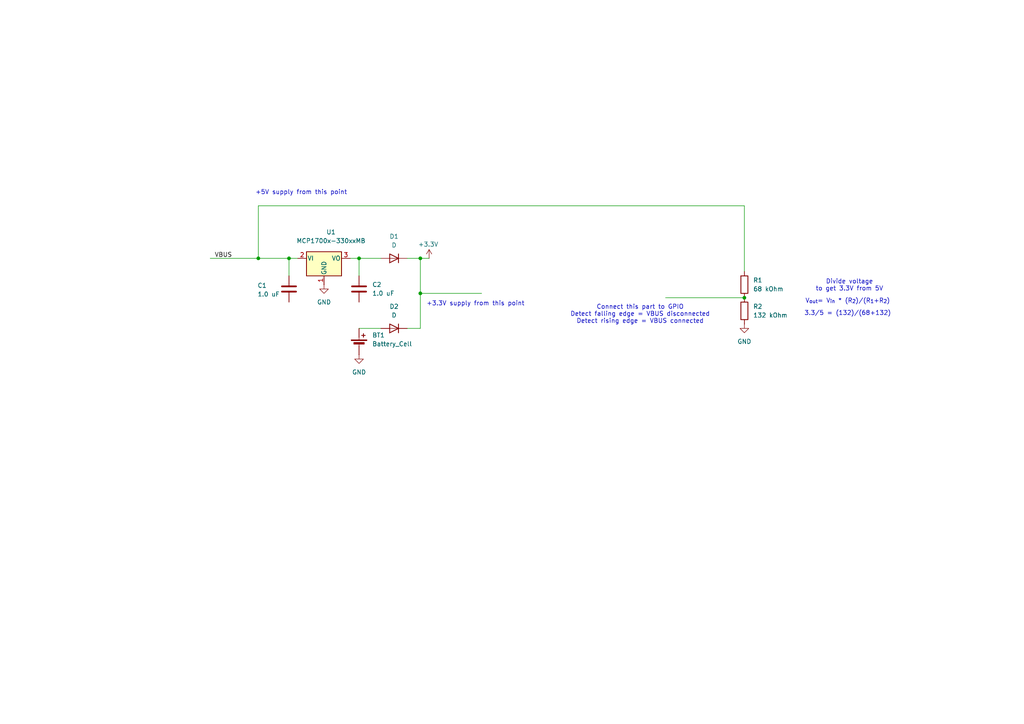
<source format=kicad_sch>
(kicad_sch (version 20231120) (generator "eeschema") (generator_version "8.0")
  (paper "A4")
  (lib_symbols
    (symbol "Device:Battery_Cell" (pin_numbers hide) (pin_names (offset 0) hide)
      (property "Reference" "BT" (at 2.54 2.54 0))
      (property "Value" "Battery_Cell" (at 2.54 0 0))
      (symbol "Battery_Cell_0_1"
        (rectangle (start -2.286 1.778) (end 2.286 1.524) (fill (type outline)))
        (rectangle (start -1.524 1.016) (end 1.524 0.508) (fill (type outline)))
        (polyline (pts (xy 0 0.762) (xy 0 0)))
        (polyline (pts (xy 0 1.778) (xy 0 2.54)))
        (polyline (pts (xy 0.762 3.048) (xy 1.778 3.048)) (stroke (width 0.254)))
        (polyline (pts (xy 1.27 3.556) (xy 1.27 2.54)) (stroke (width 0.254)))
      )
      (symbol "Battery_Cell_1_1"
        (pin passive line (at 0 5.08 270) (length 2.54) (name "+") (number "1"))
        (pin passive line (at 0 -2.54 90) (length 2.54) (name "-") (number "2"))
      )
    )
    (symbol "Device:C" (pin_numbers hide) (pin_names (offset 0.254))
      (property "Reference" "C" (at 0.635 2.54 0))
      (property "Value" "C" (at 0.635 -2.54 0))
      (symbol "C_0_1"
        (polyline (pts (xy -2.032 -0.762) (xy 2.032 -0.762)) (stroke (width 0.508)))
        (polyline (pts (xy -2.032 0.762) (xy 2.032 0.762)) (stroke (width 0.508)))
      )
      (symbol "C_1_1"
        (pin passive line (at 0 3.81 270) (length 2.794) (name "~") (number "1"))
        (pin passive line (at 0 -3.81 90) (length 2.794) (name "~") (number "2"))
      )
    )
    (symbol "Device:D" (pin_numbers hide) (pin_names (offset 1.016) hide)
      (property "Reference" "D" (at 0 2.54 0))
      (property "Value" "D" (at 0 -2.54 0))
      (symbol "D_0_1"
        (polyline (pts (xy -1.27 1.27) (xy -1.27 -1.27)) (stroke (width 0.254)))
        (polyline (pts (xy 1.27 0) (xy -1.27 0)))
        (polyline (pts (xy 1.27 1.27) (xy 1.27 -1.27) (xy -1.27 0) (xy 1.27 1.27)) (stroke (width 0.254)))
      )
      (symbol "D_1_1"
        (pin passive line (at -3.81 0 0) (length 2.54) (name "K") (number "1"))
        (pin passive line (at 3.81 0 180) (length 2.54) (name "A") (number "2"))
      )
    )
    (symbol "Device:R" (pin_numbers hide) (pin_names (offset 0))
      (property "Reference" "R" (at 2.032 0 90))
      (property "Value" "R" (at 0 0 90))
      (symbol "R_0_1"
        (rectangle (start -1.016 -2.54) (end 1.016 2.54) (stroke (width 0.254)))
      )
      (symbol "R_1_1"
        (pin passive line (at 0 3.81 270) (length 1.27) (name "~") (number "1"))
        (pin passive line (at 0 -3.81 90) (length 1.27) (name "~") (number "2"))
      )
    )
    (symbol "Regulator_Linear:MCP1700x-330xxMB" (pin_names (offset 0.254))
      (property "Reference" "U" (at -3.81 3.175 0))
      (property "Value" "MCP1700x-330xxMB" (at 0 3.175 0))
      (symbol "MCP1700x-330xxMB_0_1"
        (rectangle (start -5.08 -5.08) (end 5.08 1.905) (stroke (width 0.254)) (fill (type background)))
      )
      (symbol "MCP1700x-330xxMB_1_1"
        (pin power_in line (at 0 -7.62 90) (length 2.54) (name "GND") (number "1"))
        (pin power_in line (at -7.62 0 0) (length 2.54) (name "VI") (number "2"))
        (pin power_out line (at 7.62 0 180) (length 2.54) (name "VO") (number "3"))
      )
    )
    (symbol "power:+3.3V" (power) (pin_numbers hide) (pin_names (offset 0) hide)
      (property "Value" "+3.3V" (at 0 3.556 0))
      (symbol "+3.3V_0_1"
        (polyline (pts (xy -0.762 1.27) (xy 0 2.54)))
        (polyline (pts (xy 0 0) (xy 0 2.54)))
        (polyline (pts (xy 0 2.54) (xy 0.762 1.27)))
      )
      (symbol "+3.3V_1_1"
        (pin power_in line (at 0 0 90) (length 0) (name "~") (number "1"))
      )
    )
    (symbol "power:GND" (power) (pin_numbers hide) (pin_names (offset 0) hide)
      (property "Value" "GND" (at 0 -3.81 0))
      (symbol "GND_0_1"
        (polyline (pts (xy 0 0) (xy 0 -1.27) (xy 1.27 -1.27) (xy 0 -2.54) (xy -1.27 -1.27) (xy 0 -1.27)))
      )
      (symbol "GND_1_1"
        (pin power_in line (at 0 0 270) (length 0) (name "~") (number "1"))
      )
    )
  )
  (junction (at 215.9 86.36))
  (junction (at 74.93 74.93))
  (junction (at 83.82 74.93))
  (junction (at 104.14 74.93))
  (junction (at 121.92 85.09))
  (junction (at 121.92 74.93))
  (wire (pts (xy 83.82 74.93) (xy 83.82 80.01)))
  (wire (pts (xy 193.04 86.36) (xy 215.9 86.36)))
  (wire (pts (xy 104.14 74.93) (xy 104.14 80.01)))
  (wire (pts (xy 74.93 59.69) (xy 74.93 74.93)))
  (wire (pts (xy 121.92 74.93) (xy 121.92 85.09)))
  (wire (pts (xy 121.92 85.09) (xy 121.92 95.25)))
  (wire (pts (xy 74.93 59.69) (xy 215.9 59.69)))
  (wire (pts (xy 101.6 74.93) (xy 104.14 74.93)))
  (wire (pts (xy 118.11 95.25) (xy 121.92 95.25)))
  (wire (pts (xy 74.93 74.93) (xy 83.82 74.93)))
  (wire (pts (xy 121.92 74.93) (xy 124.46 74.93)))
  (wire (pts (xy 104.14 74.93) (xy 110.49 74.93)))
  (wire (pts (xy 60.96 74.93) (xy 74.93 74.93)))
  (wire (pts (xy 121.92 85.09) (xy 139.7 85.09)))
  (wire (pts (xy 215.9 59.69) (xy 215.9 78.74)))
  (wire (pts (xy 104.14 95.25) (xy 110.49 95.25)))
  (wire (pts (xy 83.82 74.93) (xy 86.36 74.93)))
  (wire (pts (xy 118.11 74.93) (xy 121.92 74.93)))
  (text "Divide voltage\nto get 3.3V from 5V" (at 246.38 82.804 0) (effects (font (size 1.27 1.27))))
  (text "Connect this part to GPIO\nDetect falling edge = VBUS disconnected\nDetect rising edge = VBUS connected" (at 185.674 91.186 0) (effects (font (size 1.27 1.27))))
  (text "3.3/5 = (132)/(68+132)\n" (at 245.872 90.932 0) (effects (font (size 1.27 1.27))))
  (text "+5V supply from this point" (at 87.376 55.88 0) (effects (font (size 1.27 1.27))))
  (text "+3.3V supply from this point" (at 137.922 88.138 0) (effects (font (size 1.27 1.27))))
  (text "V_{out}= V_{in} * (R_{2})/(R_{1}+R_{2})\n" (at 245.872 87.376 0) (effects (font (size 1.27 1.27))))
  (label "VBUS" (at 62.23 74.93 0))
  (symbol (lib_id "Device:D") (at 114.3 74.93 180) (unit 1)
    (property "Reference" "D1" (at 114.3 68.58 0))
    (property "Value" "D" (at 114.3 71.12 0))
    (property "Description" "Diode" (effects (hide yes)))
    (property "Sim.Device" "D" (effects (hide yes)))
    (property "Sim.Pins" "1=K 2=A" (effects (hide yes)))
  )
  (symbol (lib_id "Device:C") (at 83.82 83.82 0) (unit 1)
    (property "Reference" "C1" (at 74.676 82.804 0) (effects (justify left)))
    (property "Value" "1.0 uF" (at 74.676 85.344 0) (effects (justify left)))
    (property "Footprint" "Capacitor_SMD:C_0603_1608Metric" (effects (hide yes)))
    (property "Description" "Unpolarized capacitor" (effects (hide yes)))
  )
  (symbol (lib_id "Device:R") (at 215.9 90.17 0) (unit 1)
    (property "Reference" "R2" (at 218.44 88.8999 0) (effects (justify left)))
    (property "Value" "132 kOhm" (at 218.44 91.4399 0) (effects (justify left)))
    (property "Footprint" "Resistor_SMD:R_0603_1608Metric" (effects (hide yes)))
    (property "Description" "Resistor" (effects (hide yes)))
  )
  (symbol (lib_id "Device:D") (at 114.3 95.25 180) (unit 1)
    (property "Reference" "D2" (at 114.3 88.9 0))
    (property "Value" "D" (at 114.3 91.44 0))
    (property "Description" "Diode" (effects (hide yes)))
    (property "Sim.Device" "D" (effects (hide yes)))
    (property "Sim.Pins" "1=K 2=A" (effects (hide yes)))
  )
  (symbol (lib_id "Device:Battery_Cell") (at 104.14 100.33 0) (unit 1)
    (property "Reference" "BT1" (at 107.95 97.2184 0) (effects (justify left)))
    (property "Value" "Battery_Cell" (at 107.95 99.7584 0) (effects (justify left)))
    (property "Description" "Single-cell battery" (effects (hide yes)))
  )
  (symbol (lib_id "Device:C") (at 104.14 83.82 0) (unit 1)
    (property "Reference" "C2" (at 107.95 82.5499 0) (effects (justify left)))
    (property "Value" "1.0 uF" (at 107.95 85.0899 0) (effects (justify left)))
    (property "Footprint" "Capacitor_SMD:C_0603_1608Metric" (effects (hide yes)))
    (property "Description" "Unpolarized capacitor" (effects (hide yes)))
  )
  (symbol (lib_id "Device:R") (at 215.9 82.55 0) (unit 1)
    (property "Reference" "R1" (at 218.44 81.2799 0) (effects (justify left)))
    (property "Value" "68 kOhm" (at 218.44 83.8199 0) (effects (justify left)))
    (property "Footprint" "Resistor_SMD:R_0603_1608Metric" (effects (hide yes)))
    (property "Description" "Resistor" (effects (hide yes)))
  )
  (symbol (lib_id "power:GND") (at 104.14 102.87 0) (unit 1)
    (property "Reference" "#PWR03" (effects (hide yes)))
    (property "Value" "GND" (at 104.14 107.95 0))
    (property "Description" "Power symbol creates a global label with name \"GND\" , ground" (effects (hide yes)))
  )
  (symbol (lib_id "power:+3.3V") (at 124.46 74.93 0) (unit 1)
    (property "Reference" "#PWR02" (effects (hide yes)))
    (property "Value" "+3.3V" (at 124.206 70.866 0))
    (property "Description" "Power symbol creates a global label with name \"+3.3V\"" (effects (hide yes)))
  )
  (symbol (lib_id "power:GND") (at 215.9 93.98 0) (unit 1)
    (property "Reference" "#PWR04" (effects (hide yes)))
    (property "Value" "GND" (at 215.9 99.06 0))
    (property "Description" "Power symbol creates a global label with name \"GND\" , ground" (effects (hide yes)))
  )
  (symbol (lib_id "power:GND") (at 93.98 82.55 0) (unit 1)
    (property "Reference" "#PWR01" (effects (hide yes)))
    (property "Value" "GND" (at 93.98 87.63 0))
    (property "Description" "Power symbol creates a global label with name \"GND\" , ground" (effects (hide yes)))
  )
  (symbol (lib_id "Regulator_Linear:MCP1700x-330xxMB") (at 93.98 74.93 0) (unit 1)
    (property "Reference" "U1" (at 96.012 67.31 0))
    (property "Value" "MCP1700x-330xxMB" (at 96.012 69.85 0))
    (property "Footprint" "Package_TO_SOT_SMD:SOT-89-3_Handsoldering" (effects (hide yes)))
    (property "Datasheet" "http://ww1.microchip.com/downloads/en/DeviceDoc/20001826D.pdf" (effects (hide yes)))
    (property "Description" "250mA Low Quiscent Current LDO, 3.3V output, SOT-89" (effects (hide yes)))
  )
)
</source>
